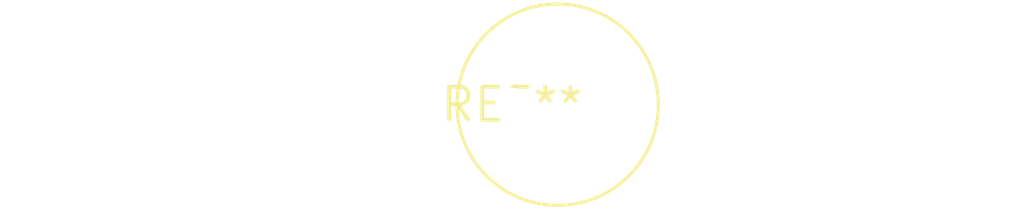
<source format=kicad_pcb>
(kicad_pcb (version 20240108) (generator pcbnew)
  (layers (0 "F.Cu" signal) (31 "B.Cu" signal) (34 "B.Paste" user) (35 "F.Paste" user) (36 "B.SilkS" user "B.Silkscreen") (37 "F.SilkS" user "F.Silkscreen") (38 "B.Mask" user) (39 "F.Mask" user) (44 "Edge.Cuts" user))
  (net 0 "")
  (footprint "L_Radial_D7.5mm_P3.50mm_Fastron_07P" (layer "F.Cu") (at 0 0)
    (property "Reference" "REF**")
    (property "Value" "L_Radial_D7.5mm_P3.50mm_Fastron_07P")
    (fp_circle (center 1.75 0) (end 5.62 0) (layer "F.SilkS") (stroke (width 0.12)) (fill none))
    (pad "1" thru_hole circle (at 0 0) (size 2.6 2.6) (drill 1.3) (layers *.Cu *.Mask) (remove_unused_layers))
    (pad "2" thru_hole circle (at 3.5 0) (size 2.6 2.6) (drill 1.3) (layers *.Cu *.Mask) (remove_unused_layers))
  )
)
</source>
